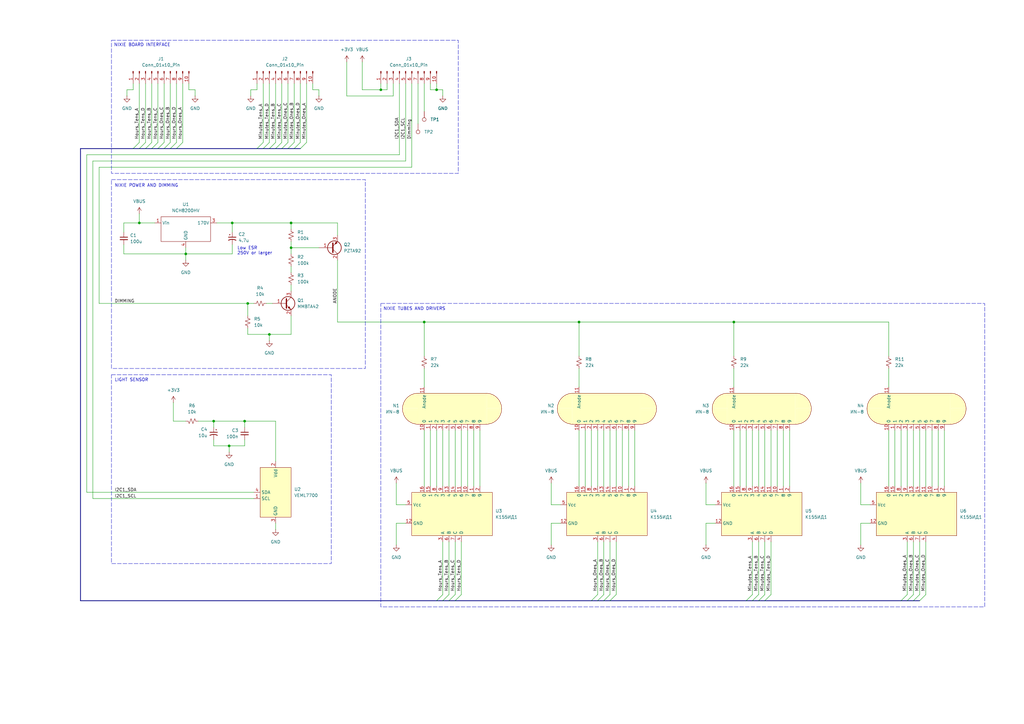
<source format=kicad_sch>
(kicad_sch (version 20231120) (generator "eeschema") (generator_version "8.0")
  (paper "A3")
  (title_block (title "ИN-8 Display Board") (rev "0.1"))
  (lib_symbols
    (symbol "Connector:Conn_01x10_Pin" (pin_names (offset 1.016) hide)
      (property "Reference" "J" (at 0 12.7 0))
      (property "Value" "Conn_01x10_Pin" (at 0 -15.24 0))
      (symbol "Conn_01x10_Pin_1_1"
        (polyline (pts (xy 1.27 -12.7) (xy 0.8636 -12.7)) (stroke (width 0.1524)))
        (polyline (pts (xy 1.27 -10.16) (xy 0.8636 -10.16)) (stroke (width 0.1524)))
        (polyline (pts (xy 1.27 -7.62) (xy 0.8636 -7.62)) (stroke (width 0.1524)))
        (polyline (pts (xy 1.27 -5.08) (xy 0.8636 -5.08)) (stroke (width 0.1524)))
        (polyline (pts (xy 1.27 -2.54) (xy 0.8636 -2.54)) (stroke (width 0.1524)))
        (polyline (pts (xy 1.27 0) (xy 0.8636 0)) (stroke (width 0.1524)))
        (polyline (pts (xy 1.27 2.54) (xy 0.8636 2.54)) (stroke (width 0.1524)))
        (polyline (pts (xy 1.27 5.08) (xy 0.8636 5.08)) (stroke (width 0.1524)))
        (polyline (pts (xy 1.27 7.62) (xy 0.8636 7.62)) (stroke (width 0.1524)))
        (polyline (pts (xy 1.27 10.16) (xy 0.8636 10.16)) (stroke (width 0.1524)))
        (rectangle (start 0.8636 -12.573) (end 0 -12.827) (stroke (width 0.1524)) (fill (type outline)))
        (rectangle (start 0.8636 -10.033) (end 0 -10.287) (stroke (width 0.1524)) (fill (type outline)))
        (rectangle (start 0.8636 -7.493) (end 0 -7.747) (stroke (width 0.1524)) (fill (type outline)))
        (rectangle (start 0.8636 -4.953) (end 0 -5.207) (stroke (width 0.1524)) (fill (type outline)))
        (rectangle (start 0.8636 -2.413) (end 0 -2.667) (stroke (width 0.1524)) (fill (type outline)))
        (rectangle (start 0.8636 0.127) (end 0 -0.127) (stroke (width 0.1524)) (fill (type outline)))
        (rectangle (start 0.8636 2.667) (end 0 2.413) (stroke (width 0.1524)) (fill (type outline)))
        (rectangle (start 0.8636 5.207) (end 0 4.953) (stroke (width 0.1524)) (fill (type outline)))
        (rectangle (start 0.8636 7.747) (end 0 7.493) (stroke (width 0.1524)) (fill (type outline)))
        (rectangle (start 0.8636 10.287) (end 0 10.033) (stroke (width 0.1524)) (fill (type outline)))
        (pin passive line (at 5.08 10.16 180) (length 3.81) (name "Pin_1") (number "1"))
        (pin passive line (at 5.08 -12.7 180) (length 3.81) (name "Pin_10") (number "10"))
        (pin passive line (at 5.08 7.62 180) (length 3.81) (name "Pin_2") (number "2"))
        (pin passive line (at 5.08 5.08 180) (length 3.81) (name "Pin_3") (number "3"))
        (pin passive line (at 5.08 2.54 180) (length 3.81) (name "Pin_4") (number "4"))
        (pin passive line (at 5.08 0 180) (length 3.81) (name "Pin_5") (number "5"))
        (pin passive line (at 5.08 -2.54 180) (length 3.81) (name "Pin_6") (number "6"))
        (pin passive line (at 5.08 -5.08 180) (length 3.81) (name "Pin_7") (number "7"))
        (pin passive line (at 5.08 -7.62 180) (length 3.81) (name "Pin_8") (number "8"))
        (pin passive line (at 5.08 -10.16 180) (length 3.81) (name "Pin_9") (number "9"))
      )
    )
    (symbol "Connector:TestPoint" (pin_numbers hide) (pin_names (offset 0.762) hide)
      (property "Reference" "TP" (at 0 6.858 0))
      (property "Value" "TestPoint" (at 0 5.08 0))
      (symbol "TestPoint_0_1"
        (circle (center 0 3.302) (radius 0.762))
      )
      (symbol "TestPoint_1_1"
        (pin passive line (at 0 0 90) (length 2.54) (name "1") (number "1"))
      )
    )
    (symbol "Device:C_Polarized_Small_US" (pin_numbers hide) (pin_names (offset 0.254) hide)
      (property "Reference" "C" (at 0.254 1.778 0))
      (property "Value" "C_Polarized_Small_US" (at 0.254 -2.032 0))
      (symbol "C_Polarized_Small_US_0_1"
        (polyline (pts (xy -1.524 0.508) (xy 1.524 0.508)) (stroke (width 0.3048)))
        (polyline (pts (xy -1.27 1.524) (xy -0.762 1.524)))
        (polyline (pts (xy -1.016 1.27) (xy -1.016 1.778)))
        (arc (start 1.524 -0.762) (mid 0 -0.3734) (end -1.524 -0.762) (stroke (width 0.3048)))
      )
      (symbol "C_Polarized_Small_US_1_1"
        (pin passive line (at 0 2.54 270) (length 2.032) (name "~") (number "1"))
        (pin passive line (at 0 -2.54 90) (length 2.032) (name "~") (number "2"))
      )
    )
    (symbol "Device:C_Small" (pin_numbers hide) (pin_names (offset 0.254) hide)
      (property "Reference" "C" (at 0.254 1.778 0))
      (property "Value" "C_Small" (at 0.254 -2.032 0))
      (symbol "C_Small_0_1"
        (polyline (pts (xy -1.524 -0.508) (xy 1.524 -0.508)) (stroke (width 0.3302)))
        (polyline (pts (xy -1.524 0.508) (xy 1.524 0.508)) (stroke (width 0.3048)))
      )
      (symbol "C_Small_1_1"
        (pin passive line (at 0 2.54 270) (length 2.032) (name "~") (number "1"))
        (pin passive line (at 0 -2.54 90) (length 2.032) (name "~") (number "2"))
      )
    )
    (symbol "Device:R_Small_US" (pin_numbers hide) (pin_names (offset 0.254) hide)
      (property "Reference" "R" (at 0.762 0.508 0))
      (property "Value" "R_Small_US" (at 0.762 -1.016 0))
      (symbol "R_Small_US_1_1"
        (polyline (pts (xy 0 0) (xy 1.016 -0.381) (xy 0 -0.762) (xy -1.016 -1.143) (xy 0 -1.524)))
        (polyline (pts (xy 0 1.524) (xy 1.016 1.143) (xy 0 0.762) (xy -1.016 0.381) (xy 0 0)))
        (pin passive line (at 0 2.54 270) (length 1.016) (name "~") (number "1"))
        (pin passive line (at 0 -2.54 90) (length 1.016) (name "~") (number "2"))
      )
    )
    (symbol "Nick_Nixie:NCH8200HV"
      (property "Reference" "U" (at -9.652 8.128 0))
      (property "Value" "NCH8200HV" (at -4.826 6.35 0))
      (symbol "NCH8200HV_0_1"
        (rectangle (start -10.16 5.08) (end 10.16 -5.08))
      )
      (symbol "NCH8200HV_1_1"
        (pin power_in line (at -12.7 2.54 0) (length 2.54) (name "Vin") (number "1"))
        (pin power_out line (at 0 -7.62 90) (length 2.54) hide (name "GND") (number "2"))
        (pin power_in line (at 12.7 2.54 180) (length 2.54) (name "170V") (number "3"))
        (pin power_out line (at 0 -7.62 90) (length 2.54) (name "GND") (number "4"))
      )
    )
    (symbol "Nick_Nixie:ИN-8"
      (property "Reference" "N" (at 22.098 1.778 0))
      (property "Value" "ИN-8" (at 24.13 -0.508 0))
      (symbol "ИN-8_1_1"
        (arc (start -20.32 0) (mid -18.4601 -4.4901) (end -13.97 -6.35) (fill (type background)))
        (arc (start -13.97 6.35) (mid -18.4601 4.4901) (end -20.32 0) (fill (type background)))
        (rectangle (start -13.97 6.35) (end 13.97 -6.35) (stroke (width -0.0001)) (fill (type background)))
        (polyline (pts (xy -13.97 -6.35) (xy 13.97 -6.35)))
        (polyline (pts (xy -13.97 6.35) (xy 13.97 6.35)))
        (arc (start 13.97 -6.35) (mid 18.4601 -4.4901) (end 20.32 0) (fill (type background)))
        (arc (start 20.32 0) (mid 18.4601 4.4901) (end 13.97 6.35) (fill (type background)))
        (pin input line (at -8.89 -8.89 90) (length 2.54) (name "1") (number "1"))
        (pin input line (at -11.43 -8.89 90) (length 2.54) (name "0") (number "10"))
        (pin output line (at -11.43 8.89 270) (length 2.54) (name "Anode") (number "11"))
        (pin input line (at -6.35 -8.89 90) (length 2.54) (name "2") (number "2"))
        (pin input line (at -3.81 -8.89 90) (length 2.54) (name "3") (number "3"))
        (pin input line (at -1.27 -8.89 90) (length 2.54) (name "4") (number "4"))
        (pin input line (at 1.27 -8.89 90) (length 2.54) (name "5") (number "5"))
        (pin input line (at 3.81 -8.89 90) (length 2.54) (name "6") (number "6"))
        (pin input line (at 6.35 -8.89 90) (length 2.54) (name "7") (number "7"))
        (pin input line (at 8.89 -8.89 90) (length 2.54) (name "8") (number "8"))
        (pin input line (at 11.43 -8.89 90) (length 2.54) (name "9") (number "9"))
      )
    )
    (symbol "Nick_Nixie:К155ИД1"
      (property "Reference" "U" (at 18.034 1.778 0))
      (property "Value" "К155ИД1" (at 21.844 -0.508 0))
      (symbol "К155ИД1_1_1"
        (rectangle (start -16.51 8.89) (end 16.51 -8.89) (fill (type background)))
        (pin output line (at 8.89 11.43 270) (length 2.54) (name "8") (number "1"))
        (pin output line (at 6.35 11.43 270) (length 2.54) (name "7") (number "10"))
        (pin output line (at 3.81 11.43 270) (length 2.54) (name "6") (number "11"))
        (pin power_out line (at -19.05 -3.81 0) (length 2.54) (name "GND") (number "12"))
        (pin output line (at -1.27 11.43 270) (length 2.54) (name "4") (number "13"))
        (pin output line (at 1.27 11.43 270) (length 2.54) (name "5") (number "14"))
        (pin output line (at -8.89 11.43 270) (length 2.54) (name "1") (number "15"))
        (pin output line (at -11.43 11.43 270) (length 2.54) (name "0") (number "16"))
        (pin output line (at 11.43 11.43 270) (length 2.54) (name "9") (number "2"))
        (pin input line (at -3.81 -11.43 90) (length 2.54) (name "A") (number "3"))
        (pin input line (at 3.81 -11.43 90) (length 2.54) (name "D") (number "4"))
        (pin power_in line (at -19.05 3.81 0) (length 2.54) (name "Vcc") (number "5"))
        (pin input line (at -1.27 -11.43 90) (length 2.54) (name "B") (number "6"))
        (pin input line (at 1.27 -11.43 90) (length 2.54) (name "C") (number "7"))
        (pin output line (at -6.35 11.43 270) (length 2.54) (name "2") (number "8"))
        (pin output line (at -3.81 11.43 270) (length 2.54) (name "3") (number "9"))
      )
    )
    (symbol "Nick_Sensor:VEML7700"
      (property "Reference" "U" (at 5.334 13.462 0))
      (property "Value" "VEML7700" (at 9.652 11.43 0))
      (symbol "VEML7700_1_1"
        (rectangle (start -6.35 10.16) (end 6.35 -10.16) (fill (type background)))
        (pin bidirectional line (at 8.89 -2.54 180) (length 2.54) (name "SCL") (number "1"))
        (pin power_in line (at 0 12.7 270) (length 2.54) (name "Vdd") (number "2"))
        (pin power_out line (at 0 -12.7 90) (length 2.54) (name "GND") (number "3"))
        (pin bidirectional line (at 8.89 0 180) (length 2.54) (name "SDA") (number "4"))
      )
    )
    (symbol "Transistor_BJT:MMBTA42" (pin_names (offset 0) hide)
      (property "Reference" "Q" (at 5.08 1.905 0))
      (property "Value" "MMBTA42" (at 5.08 0 0))
      (symbol "MMBTA42_0_1"
        (polyline (pts (xy 0 0) (xy 0.635 0)))
        (polyline (pts (xy 0.635 0.635) (xy 2.54 2.54)))
        (polyline (pts (xy 0.635 -0.635) (xy 2.54 -2.54) (xy 2.54 -2.54)))
        (polyline (pts (xy 0.635 1.905) (xy 0.635 -1.905) (xy 0.635 -1.905)) (stroke (width 0.508)))
        (polyline (pts (xy 1.27 -1.778) (xy 1.778 -1.27) (xy 2.286 -2.286) (xy 1.27 -1.778) (xy 1.27 -1.778)) (fill (type outline)))
        (circle (center 1.27 0) (radius 2.8194) (stroke (width 0.254)))
      )
      (symbol "MMBTA42_1_1"
        (pin input line (at -5.08 0 0) (length 5.08) (name "B") (number "1"))
        (pin passive line (at 2.54 -5.08 90) (length 2.54) (name "E") (number "2"))
        (pin passive line (at 2.54 5.08 270) (length 2.54) (name "C") (number "3"))
      )
    )
    (symbol "Transistor_BJT:PZTA92" (pin_names (offset 0) hide)
      (property "Reference" "Q" (at 5.08 1.905 0))
      (property "Value" "PZTA92" (at 5.08 0 0))
      (symbol "PZTA92_0_1"
        (polyline (pts (xy 0 0) (xy 0.635 0)))
        (polyline (pts (xy 2.54 -2.54) (xy 0.635 -0.635)))
        (polyline (pts (xy 2.54 2.54) (xy 0.635 0.635)))
        (polyline (pts (xy 0.635 1.905) (xy 0.635 -1.905) (xy 0.635 -1.905)) (stroke (width 0.508)) (fill (type outline)))
        (polyline (pts (xy 1.905 -2.413) (xy 2.413 -1.905) (xy 1.397 -1.397) (xy 1.905 -2.413) (xy 1.905 -2.413)) (fill (type outline)))
        (circle (center 1.27 0) (radius 2.8194) (stroke (width 0.254)))
      )
      (symbol "PZTA92_1_1"
        (pin input line (at -5.08 0 0) (length 5.08) (name "B") (number "1"))
        (pin passive line (at 2.54 5.08 270) (length 2.54) (name "C") (number "2"))
        (pin passive line (at 2.54 -5.08 90) (length 2.54) (name "E") (number "3"))
      )
    )
    (symbol "power:+3V3" (power) (pin_numbers hide) (pin_names (offset 0) hide)
      (property "Value" "+3V3" (at 0 3.556 0))
      (symbol "+3V3_0_1"
        (polyline (pts (xy -0.762 1.27) (xy 0 2.54)))
        (polyline (pts (xy 0 0) (xy 0 2.54)))
        (polyline (pts (xy 0 2.54) (xy 0.762 1.27)))
      )
      (symbol "+3V3_1_1"
        (pin power_in line (at 0 0 90) (length 0) (name "~") (number "1"))
      )
    )
    (symbol "power:GND" (power) (pin_numbers hide) (pin_names (offset 0) hide)
      (property "Value" "GND" (at 0 -3.81 0))
      (symbol "GND_0_1"
        (polyline (pts (xy 0 0) (xy 0 -1.27) (xy 1.27 -1.27) (xy 0 -2.54) (xy -1.27 -1.27) (xy 0 -1.27)))
      )
      (symbol "GND_1_1"
        (pin power_in line (at 0 0 270) (length 0) (name "~") (number "1"))
      )
    )
    (symbol "power:VBUS" (power) (pin_numbers hide) (pin_names (offset 0) hide)
      (property "Value" "VBUS" (at 0 3.556 0))
      (symbol "VBUS_0_1"
        (polyline (pts (xy -0.762 1.27) (xy 0 2.54)))
        (polyline (pts (xy 0 0) (xy 0 2.54)))
        (polyline (pts (xy 0 2.54) (xy 0.762 1.27)))
      )
      (symbol "VBUS_1_1"
        (pin power_in line (at 0 0 90) (length 0) (name "~") (number "1"))
      )
    )
    (symbol "ИN-8_1"
      (property "Reference" "N" (at 22.098 1.778 0))
      (property "Value" "ИN-8" (at 24.13 -0.508 0))
      (symbol "ИN-8_1_1_1"
        (arc (start -20.32 0) (mid -18.4601 -4.4901) (end -13.97 -6.35) (fill (type background)))
        (arc (start -13.97 6.35) (mid -18.4601 4.4901) (end -20.32 0) (fill (type background)))
        (rectangle (start -13.97 6.35) (end 13.97 -6.35) (stroke (width -0.0001)) (fill (type background)))
        (polyline (pts (xy -13.97 -6.35) (xy 13.97 -6.35)))
        (polyline (pts (xy -13.97 6.35) (xy 13.97 6.35)))
        (arc (start 13.97 -6.35) (mid 18.4601 -4.4901) (end 20.32 0) (fill (type background)))
        (arc (start 20.32 0) (mid 18.4601 4.4901) (end 13.97 6.35) (fill (type background)))
        (pin input line (at -8.89 -8.89 90) (length 2.54) (name "1") (number "1"))
        (pin input line (at -11.43 -8.89 90) (length 2.54) (name "0") (number "10"))
        (pin output line (at -11.43 8.89 270) (length 2.54) (name "Anode") (number "11"))
        (pin input line (at -6.35 -8.89 90) (length 2.54) (name "2") (number "2"))
        (pin input line (at -3.81 -8.89 90) (length 2.54) (name "3") (number "3"))
        (pin input line (at -1.27 -8.89 90) (length 2.54) (name "4") (number "4"))
        (pin input line (at 1.27 -8.89 90) (length 2.54) (name "5") (number "5"))
        (pin input line (at 3.81 -8.89 90) (length 2.54) (name "6") (number "6"))
        (pin input line (at 6.35 -8.89 90) (length 2.54) (name "7") (number "7"))
        (pin input line (at 8.89 -8.89 90) (length 2.54) (name "8") (number "8"))
        (pin input line (at 11.43 -8.89 90) (length 2.54) (name "9") (number "9"))
      )
    )
    (symbol "ИN-8_2"
      (property "Reference" "N" (at 22.098 1.778 0))
      (property "Value" "ИN-8" (at 24.13 -0.508 0))
      (symbol "ИN-8_2_1_1"
        (arc (start -20.32 0) (mid -18.4601 -4.4901) (end -13.97 -6.35) (fill (type background)))
        (arc (start -13.97 6.35) (mid -18.4601 4.4901) (end -20.32 0) (fill (type background)))
        (rectangle (start -13.97 6.35) (end 13.97 -6.35) (stroke (width -0.0001)) (fill (type background)))
        (polyline (pts (xy -13.97 -6.35) (xy 13.97 -6.35)))
        (polyline (pts (xy -13.97 6.35) (xy 13.97 6.35)))
        (arc (start 13.97 -6.35) (mid 18.4601 -4.4901) (end 20.32 0) (fill (type background)))
        (arc (start 20.32 0) (mid 18.4601 4.4901) (end 13.97 6.35) (fill (type background)))
        (pin input line (at -8.89 -8.89 90) (length 2.54) (name "1") (number "1"))
        (pin input line (at -11.43 -8.89 90) (length 2.54) (name "0") (number "10"))
        (pin output line (at -11.43 8.89 270) (length 2.54) (name "Anode") (number "11"))
        (pin input line (at -6.35 -8.89 90) (length 2.54) (name "2") (number "2"))
        (pin input line (at -3.81 -8.89 90) (length 2.54) (name "3") (number "3"))
        (pin input line (at -1.27 -8.89 90) (length 2.54) (name "4") (number "4"))
        (pin input line (at 1.27 -8.89 90) (length 2.54) (name "5") (number "5"))
        (pin input line (at 3.81 -8.89 90) (length 2.54) (name "6") (number "6"))
        (pin input line (at 6.35 -8.89 90) (length 2.54) (name "7") (number "7"))
        (pin input line (at 8.89 -8.89 90) (length 2.54) (name "8") (number "8"))
        (pin input line (at 11.43 -8.89 90) (length 2.54) (name "9") (number "9"))
      )
    )
    (symbol "ИN-8_3"
      (property "Reference" "N" (at 22.098 1.778 0))
      (property "Value" "ИN-8" (at 24.13 -0.508 0))
      (symbol "ИN-8_3_1_1"
        (arc (start -20.32 0) (mid -18.4601 -4.4901) (end -13.97 -6.35) (fill (type background)))
        (arc (start -13.97 6.35) (mid -18.4601 4.4901) (end -20.32 0) (fill (type background)))
        (rectangle (start -13.97 6.35) (end 13.97 -6.35) (stroke (width -0.0001)) (fill (type background)))
        (polyline (pts (xy -13.97 -6.35) (xy 13.97 -6.35)))
        (polyline (pts (xy -13.97 6.35) (xy 13.97 6.35)))
        (arc (start 13.97 -6.35) (mid 18.4601 -4.4901) (end 20.32 0) (fill (type background)))
        (arc (start 20.32 0) (mid 18.4601 4.4901) (end 13.97 6.35) (fill (type background)))
        (pin input line (at -8.89 -8.89 90) (length 2.54) (name "1") (number "1"))
        (pin input line (at -11.43 -8.89 90) (length 2.54) (name "0") (number "10"))
        (pin output line (at -11.43 8.89 270) (length 2.54) (name "Anode") (number "11"))
        (pin input line (at -6.35 -8.89 90) (length 2.54) (name "2") (number "2"))
        (pin input line (at -3.81 -8.89 90) (length 2.54) (name "3") (number "3"))
        (pin input line (at -1.27 -8.89 90) (length 2.54) (name "4") (number "4"))
        (pin input line (at 1.27 -8.89 90) (length 2.54) (name "5") (number "5"))
        (pin input line (at 3.81 -8.89 90) (length 2.54) (name "6") (number "6"))
        (pin input line (at 6.35 -8.89 90) (length 2.54) (name "7") (number "7"))
        (pin input line (at 8.89 -8.89 90) (length 2.54) (name "8") (number "8"))
        (pin input line (at 11.43 -8.89 90) (length 2.54) (name "9") (number "9"))
      )
    )
    (symbol "К155ИД1_1"
      (property "Reference" "U" (at 18.034 1.778 0))
      (property "Value" "К155ИД1" (at 21.844 -0.508 0))
      (symbol "К155ИД1_1_1_1"
        (rectangle (start -16.51 8.89) (end 16.51 -8.89) (fill (type background)))
        (pin output line (at 8.89 11.43 270) (length 2.54) (name "8") (number "1"))
        (pin output line (at 6.35 11.43 270) (length 2.54) (name "7") (number "10"))
        (pin output line (at 3.81 11.43 270) (length 2.54) (name "6") (number "11"))
        (pin power_out line (at -19.05 -3.81 0) (length 2.54) (name "GND") (number "12"))
        (pin output line (at -1.27 11.43 270) (length 2.54) (name "4") (number "13"))
        (pin output line (at 1.27 11.43 270) (length 2.54) (name "5") (number "14"))
        (pin output line (at -8.89 11.43 270) (length 2.54) (name "1") (number "15"))
        (pin output line (at -11.43 11.43 270) (length 2.54) (name "0") (number "16"))
        (pin output line (at 11.43 11.43 270) (length 2.54) (name "9") (number "2"))
        (pin input line (at -3.81 -11.43 90) (length 2.54) (name "A") (number "3"))
        (pin input line (at 3.81 -11.43 90) (length 2.54) (name "D") (number "4"))
        (pin power_in line (at -19.05 3.81 0) (length 2.54) (name "Vcc") (number "5"))
        (pin input line (at -1.27 -11.43 90) (length 2.54) (name "B") (number "6"))
        (pin input line (at 1.27 -11.43 90) (length 2.54) (name "C") (number "7"))
        (pin output line (at -6.35 11.43 270) (length 2.54) (name "2") (number "8"))
        (pin output line (at -3.81 11.43 270) (length 2.54) (name "3") (number "9"))
      )
    )
    (symbol "К155ИД1_3"
      (property "Reference" "U" (at 18.034 1.778 0))
      (property "Value" "К155ИД1" (at 21.844 -0.508 0))
      (symbol "К155ИД1_3_1_1"
        (rectangle (start -16.51 8.89) (end 16.51 -8.89) (fill (type background)))
        (pin output line (at 8.89 11.43 270) (length 2.54) (name "8") (number "1"))
        (pin output line (at 6.35 11.43 270) (length 2.54) (name "7") (number "10"))
        (pin output line (at 3.81 11.43 270) (length 2.54) (name "6") (number "11"))
        (pin power_out line (at -19.05 -3.81 0) (length 2.54) (name "GND") (number "12"))
        (pin output line (at -1.27 11.43 270) (length 2.54) (name "4") (number "13"))
        (pin output line (at 1.27 11.43 270) (length 2.54) (name "5") (number "14"))
        (pin output line (at -8.89 11.43 270) (length 2.54) (name "1") (number "15"))
        (pin output line (at -11.43 11.43 270) (length 2.54) (name "0") (number "16"))
        (pin output line (at 11.43 11.43 270) (length 2.54) (name "9") (number "2"))
        (pin input line (at -3.81 -11.43 90) (length 2.54) (name "A") (number "3"))
        (pin input line (at 3.81 -11.43 90) (length 2.54) (name "D") (number "4"))
        (pin power_in line (at -19.05 3.81 0) (length 2.54) (name "Vcc") (number "5"))
        (pin input line (at -1.27 -11.43 90) (length 2.54) (name "B") (number "6"))
        (pin input line (at 1.27 -11.43 90) (length 2.54) (name "C") (number "7"))
        (pin output line (at -6.35 11.43 270) (length 2.54) (name "2") (number "8"))
        (pin output line (at -3.81 11.43 270) (length 2.54) (name "3") (number "9"))
      )
    )
  )
  (junction (at 101.6 124.46))
  (junction (at 57.15 91.44))
  (junction (at 110.49 137.16))
  (junction (at 119.38 101.6))
  (junction (at 300.99 132.08))
  (junction (at 173.99 132.08))
  (junction (at 179.07 36.83))
  (junction (at 237.49 132.08))
  (junction (at 93.98 182.88))
  (junction (at 156.21 36.83))
  (junction (at 119.38 91.44))
  (junction (at 100.33 172.72))
  (junction (at 76.2 104.14))
  (junction (at 95.25 91.44))
  (junction (at 87.63 172.72))
  (bus_entry (at 308.61 246.38) (size 2.54 -2.54))
  (bus_entry (at 113.03 58.42) (size -2.54 2.54))
  (bus_entry (at 62.23 58.42) (size -2.54 2.54))
  (bus_entry (at 184.15 246.38) (size 2.54 -2.54))
  (bus_entry (at 107.95 58.42) (size -2.54 2.54))
  (bus_entry (at 67.31 58.42) (size -2.54 2.54))
  (bus_entry (at 181.61 246.38) (size 2.54 -2.54))
  (bus_entry (at 115.57 58.42) (size -2.54 2.54))
  (bus_entry (at 118.11 58.42) (size -2.54 2.54))
  (bus_entry (at 377.19 246.38) (size 2.54 -2.54))
  (bus_entry (at 242.57 246.38) (size 2.54 -2.54))
  (bus_entry (at 59.69 58.42) (size -2.54 2.54))
  (bus_entry (at 110.49 58.42) (size -2.54 2.54))
  (bus_entry (at 125.73 58.42) (size -2.54 2.54))
  (bus_entry (at 250.19 246.38) (size 2.54 -2.54))
  (bus_entry (at 57.15 58.42) (size -2.54 2.54))
  (bus_entry (at 120.65 58.42) (size -2.54 2.54))
  (bus_entry (at 306.07 246.38) (size 2.54 -2.54))
  (bus_entry (at 245.11 246.38) (size 2.54 -2.54))
  (bus_entry (at 311.15 246.38) (size 2.54 -2.54))
  (bus_entry (at 313.69 246.38) (size 2.54 -2.54))
  (bus_entry (at 179.07 246.38) (size 2.54 -2.54))
  (bus_entry (at 374.65 246.38) (size 2.54 -2.54))
  (bus_entry (at 72.39 58.42) (size -2.54 2.54))
  (bus_entry (at 64.77 58.42) (size -2.54 2.54))
  (bus_entry (at 186.69 246.38) (size 2.54 -2.54))
  (bus_entry (at 369.57 246.38) (size 2.54 -2.54))
  (bus_entry (at 372.11 246.38) (size 2.54 -2.54))
  (bus_entry (at 123.19 58.42) (size -2.54 2.54))
  (bus_entry (at 247.65 246.38) (size 2.54 -2.54))
  (bus_entry (at 74.93 58.42) (size -2.54 2.54))
  (bus_entry (at 69.85 58.42) (size -2.54 2.54))
  (wire (pts (xy 57.15 34.29) (xy 57.15 58.42)))
  (wire (pts (xy 110.49 137.16) (xy 110.49 139.7)))
  (wire (pts (xy 35.56 201.93) (xy 104.14 201.93)))
  (bus (pts (xy 57.15 60.96) (xy 59.69 60.96)))
  (wire (pts (xy 184.15 176.53) (xy 184.15 199.39)))
  (bus (pts (xy 242.57 246.38) (xy 245.11 246.38)))
  (bus (pts (xy 245.11 246.38) (xy 247.65 246.38)))
  (wire (pts (xy 162.56 198.12) (xy 162.56 207.01)))
  (wire (pts (xy 289.56 214.63) (xy 289.56 223.52)))
  (wire (pts (xy 321.31 176.53) (xy 321.31 199.39)))
  (wire (pts (xy 119.38 91.44) (xy 119.38 93.98)))
  (wire (pts (xy 130.81 36.83) (xy 130.81 39.37)))
  (wire (pts (xy 300.99 151.13) (xy 300.99 158.75)))
  (wire (pts (xy 237.49 132.08) (xy 237.49 146.05)))
  (wire (pts (xy 101.6 134.62) (xy 101.6 137.16)))
  (wire (pts (xy 196.85 176.53) (xy 196.85 199.39)))
  (wire (pts (xy 229.87 214.63) (xy 226.06 214.63)))
  (bus (pts (xy 372.11 246.38) (xy 374.65 246.38)))
  (wire (pts (xy 101.6 137.16) (xy 110.49 137.16)))
  (wire (pts (xy 59.69 34.29) (xy 59.69 58.42)))
  (bus (pts (xy 69.85 60.96) (xy 72.39 60.96)))
  (bus (pts (xy 33.02 60.96) (xy 33.02 246.38)))
  (wire (pts (xy 38.1 204.47) (xy 104.14 204.47)))
  (wire (pts (xy 379.73 176.53) (xy 379.73 199.39)))
  (wire (pts (xy 119.38 99.06) (xy 119.38 101.6)))
  (wire (pts (xy 168.91 68.58) (xy 40.64 68.58)))
  (wire (pts (xy 181.61 36.83) (xy 181.61 39.37)))
  (wire (pts (xy 173.99 151.13) (xy 173.99 158.75)))
  (wire (pts (xy 123.19 34.29) (xy 123.19 58.42)))
  (wire (pts (xy 38.1 66.04) (xy 166.37 66.04)))
  (wire (pts (xy 102.87 36.83) (xy 102.87 39.37)))
  (bus (pts (xy 186.69 246.38) (xy 242.57 246.38)))
  (wire (pts (xy 226.06 198.12) (xy 226.06 207.01)))
  (bus (pts (xy 308.61 246.38) (xy 311.15 246.38)))
  (wire (pts (xy 113.03 34.29) (xy 113.03 58.42)))
  (wire (pts (xy 148.59 36.83) (xy 156.21 36.83)))
  (wire (pts (xy 173.99 34.29) (xy 173.99 45.72)))
  (bus (pts (xy 179.07 246.38) (xy 181.61 246.38)))
  (wire (pts (xy 130.81 101.6) (xy 119.38 101.6)))
  (bus (pts (xy 369.57 246.38) (xy 372.11 246.38)))
  (wire (pts (xy 35.56 63.5) (xy 35.56 201.93)))
  (wire (pts (xy 57.15 91.44) (xy 63.5 91.44)))
  (wire (pts (xy 316.23 176.53) (xy 316.23 199.39)))
  (wire (pts (xy 87.63 182.88) (xy 87.63 180.34)))
  (wire (pts (xy 303.53 176.53) (xy 303.53 199.39)))
  (wire (pts (xy 369.57 176.53) (xy 369.57 199.39)))
  (wire (pts (xy 323.85 176.53) (xy 323.85 199.39)))
  (wire (pts (xy 289.56 198.12) (xy 289.56 207.01)))
  (wire (pts (xy 308.61 176.53) (xy 308.61 199.39)))
  (wire (pts (xy 119.38 91.44) (xy 138.43 91.44)))
  (wire (pts (xy 93.98 182.88) (xy 87.63 182.88)))
  (wire (pts (xy 260.35 176.53) (xy 260.35 199.39)))
  (wire (pts (xy 62.23 34.29) (xy 62.23 58.42)))
  (bus (pts (xy 33.02 246.38) (xy 179.07 246.38)))
  (wire (pts (xy 179.07 36.83) (xy 181.61 36.83)))
  (bus (pts (xy 54.61 60.96) (xy 57.15 60.96)))
  (bus (pts (xy 62.23 60.96) (xy 64.77 60.96)))
  (wire (pts (xy 93.98 182.88) (xy 93.98 185.42)))
  (wire (pts (xy 311.15 176.53) (xy 311.15 199.39)))
  (bus (pts (xy 72.39 60.96) (xy 105.41 60.96)))
  (wire (pts (xy 176.53 34.29) (xy 176.53 36.83)))
  (wire (pts (xy 382.27 176.53) (xy 382.27 199.39)))
  (wire (pts (xy 107.95 34.29) (xy 107.95 58.42)))
  (wire (pts (xy 181.61 222.25) (xy 181.61 243.84)))
  (wire (pts (xy 119.38 109.22) (xy 119.38 111.76)))
  (wire (pts (xy 313.69 176.53) (xy 313.69 199.39)))
  (wire (pts (xy 387.35 176.53) (xy 387.35 199.39)))
  (wire (pts (xy 80.01 36.83) (xy 80.01 39.37)))
  (wire (pts (xy 163.83 34.29) (xy 163.83 63.5)))
  (wire (pts (xy 166.37 207.01) (xy 162.56 207.01)))
  (wire (pts (xy 372.11 176.53) (xy 372.11 199.39)))
  (wire (pts (xy 128.27 34.29) (xy 128.27 36.83)))
  (wire (pts (xy 181.61 176.53) (xy 181.61 199.39)))
  (wire (pts (xy 250.19 176.53) (xy 250.19 199.39)))
  (wire (pts (xy 194.31 176.53) (xy 194.31 199.39)))
  (wire (pts (xy 240.03 176.53) (xy 240.03 199.39)))
  (wire (pts (xy 252.73 222.25) (xy 252.73 243.84)))
  (wire (pts (xy 377.19 176.53) (xy 377.19 199.39)))
  (wire (pts (xy 95.25 91.44) (xy 119.38 91.44)))
  (bus (pts (xy 67.31 60.96) (xy 69.85 60.96)))
  (wire (pts (xy 95.25 100.33) (xy 95.25 104.14)))
  (wire (pts (xy 176.53 176.53) (xy 176.53 199.39)))
  (wire (pts (xy 245.11 176.53) (xy 245.11 199.39)))
  (wire (pts (xy 171.45 34.29) (xy 171.45 50.8)))
  (wire (pts (xy 173.99 176.53) (xy 173.99 199.39)))
  (bus (pts (xy 118.11 60.96) (xy 120.65 60.96)))
  (bus (pts (xy 120.65 60.96) (xy 123.19 60.96)))
  (wire (pts (xy 113.03 214.63) (xy 113.03 217.17)))
  (bus (pts (xy 59.69 60.96) (xy 62.23 60.96)))
  (wire (pts (xy 255.27 176.53) (xy 255.27 199.39)))
  (wire (pts (xy 158.75 34.29) (xy 158.75 36.83)))
  (wire (pts (xy 316.23 222.25) (xy 316.23 243.84)))
  (wire (pts (xy 148.59 25.4) (xy 148.59 36.83)))
  (wire (pts (xy 81.28 172.72) (xy 87.63 172.72)))
  (wire (pts (xy 300.99 132.08) (xy 300.99 146.05)))
  (wire (pts (xy 40.64 124.46) (xy 101.6 124.46)))
  (wire (pts (xy 226.06 214.63) (xy 226.06 223.52)))
  (wire (pts (xy 364.49 151.13) (xy 364.49 158.75)))
  (wire (pts (xy 118.11 34.29) (xy 118.11 58.42)))
  (wire (pts (xy 293.37 214.63) (xy 289.56 214.63)))
  (wire (pts (xy 293.37 207.01) (xy 289.56 207.01)))
  (wire (pts (xy 179.07 176.53) (xy 179.07 199.39)))
  (wire (pts (xy 311.15 222.25) (xy 311.15 243.84)))
  (wire (pts (xy 367.03 176.53) (xy 367.03 199.39)))
  (wire (pts (xy 356.87 207.01) (xy 353.06 207.01)))
  (wire (pts (xy 54.61 34.29) (xy 54.61 36.83)))
  (wire (pts (xy 318.77 176.53) (xy 318.77 199.39)))
  (wire (pts (xy 67.31 34.29) (xy 67.31 58.42)))
  (wire (pts (xy 372.11 222.25) (xy 372.11 243.84)))
  (wire (pts (xy 353.06 214.63) (xy 353.06 223.52)))
  (wire (pts (xy 300.99 132.08) (xy 364.49 132.08)))
  (bus (pts (xy 250.19 246.38) (xy 306.07 246.38)))
  (wire (pts (xy 142.24 25.4) (xy 142.24 39.37)))
  (wire (pts (xy 300.99 176.53) (xy 300.99 199.39)))
  (wire (pts (xy 71.12 165.1) (xy 71.12 172.72)))
  (wire (pts (xy 76.2 101.6) (xy 76.2 104.14)))
  (wire (pts (xy 162.56 214.63) (xy 162.56 223.52)))
  (wire (pts (xy 54.61 36.83) (xy 52.07 36.83)))
  (wire (pts (xy 364.49 176.53) (xy 364.49 199.39)))
  (wire (pts (xy 184.15 222.25) (xy 184.15 243.84)))
  (wire (pts (xy 52.07 36.83) (xy 52.07 39.37)))
  (bus (pts (xy 311.15 246.38) (xy 313.69 246.38)))
  (wire (pts (xy 245.11 222.25) (xy 245.11 243.84)))
  (wire (pts (xy 128.27 36.83) (xy 130.81 36.83)))
  (wire (pts (xy 77.47 36.83) (xy 80.01 36.83)))
  (wire (pts (xy 74.93 34.29) (xy 74.93 58.42)))
  (wire (pts (xy 250.19 222.25) (xy 250.19 243.84)))
  (wire (pts (xy 156.21 36.83) (xy 158.75 36.83)))
  (bus (pts (xy 113.03 60.96) (xy 115.57 60.96)))
  (wire (pts (xy 313.69 222.25) (xy 313.69 243.84)))
  (wire (pts (xy 100.33 172.72) (xy 87.63 172.72)))
  (wire (pts (xy 72.39 34.29) (xy 72.39 58.42)))
  (bus (pts (xy 181.61 246.38) (xy 184.15 246.38)))
  (wire (pts (xy 176.53 36.83) (xy 179.07 36.83)))
  (wire (pts (xy 100.33 182.88) (xy 93.98 182.88)))
  (wire (pts (xy 38.1 66.04) (xy 38.1 204.47)))
  (wire (pts (xy 50.8 91.44) (xy 57.15 91.44)))
  (wire (pts (xy 186.69 222.25) (xy 186.69 243.84)))
  (wire (pts (xy 71.12 172.72) (xy 76.2 172.72)))
  (bus (pts (xy 64.77 60.96) (xy 67.31 60.96)))
  (wire (pts (xy 138.43 96.52) (xy 138.43 91.44)))
  (wire (pts (xy 50.8 100.33) (xy 50.8 104.14)))
  (bus (pts (xy 306.07 246.38) (xy 308.61 246.38)))
  (bus (pts (xy 110.49 60.96) (xy 113.03 60.96)))
  (wire (pts (xy 95.25 91.44) (xy 95.25 95.25)))
  (wire (pts (xy 113.03 189.23) (xy 113.03 172.72)))
  (wire (pts (xy 50.8 104.14) (xy 76.2 104.14)))
  (wire (pts (xy 237.49 176.53) (xy 237.49 199.39)))
  (wire (pts (xy 166.37 214.63) (xy 162.56 214.63)))
  (wire (pts (xy 247.65 222.25) (xy 247.65 243.84)))
  (wire (pts (xy 242.57 176.53) (xy 242.57 199.39)))
  (wire (pts (xy 156.21 34.29) (xy 156.21 36.83)))
  (wire (pts (xy 173.99 132.08) (xy 237.49 132.08)))
  (wire (pts (xy 166.37 34.29) (xy 166.37 66.04)))
  (wire (pts (xy 110.49 137.16) (xy 119.38 137.16)))
  (wire (pts (xy 384.81 176.53) (xy 384.81 199.39)))
  (wire (pts (xy 379.73 222.25) (xy 379.73 243.84)))
  (wire (pts (xy 113.03 172.72) (xy 100.33 172.72)))
  (wire (pts (xy 110.49 34.29) (xy 110.49 58.42)))
  (wire (pts (xy 186.69 176.53) (xy 186.69 199.39)))
  (wire (pts (xy 101.6 124.46) (xy 104.14 124.46)))
  (bus (pts (xy 105.41 60.96) (xy 107.95 60.96)))
  (wire (pts (xy 374.65 222.25) (xy 374.65 243.84)))
  (wire (pts (xy 138.43 132.08) (xy 173.99 132.08)))
  (wire (pts (xy 377.19 222.25) (xy 377.19 243.84)))
  (wire (pts (xy 125.73 34.29) (xy 125.73 58.42)))
  (wire (pts (xy 189.23 176.53) (xy 189.23 199.39)))
  (bus (pts (xy 184.15 246.38) (xy 186.69 246.38)))
  (wire (pts (xy 76.2 104.14) (xy 95.25 104.14)))
  (wire (pts (xy 87.63 172.72) (xy 87.63 175.26)))
  (wire (pts (xy 142.24 39.37) (xy 161.29 39.37)))
  (wire (pts (xy 64.77 34.29) (xy 64.77 58.42)))
  (wire (pts (xy 356.87 214.63) (xy 353.06 214.63)))
  (wire (pts (xy 57.15 87.63) (xy 57.15 91.44)))
  (wire (pts (xy 308.61 222.25) (xy 308.61 243.84)))
  (wire (pts (xy 35.56 63.5) (xy 163.83 63.5)))
  (bus (pts (xy 33.02 60.96) (xy 54.61 60.96)))
  (wire (pts (xy 191.77 176.53) (xy 191.77 199.39)))
  (bus (pts (xy -124.46 64.77) (xy -124.46 67.31)))
  (wire (pts (xy 119.38 101.6) (xy 119.38 104.14)))
  (wire (pts (xy 105.41 34.29) (xy 105.41 36.83)))
  (bus (pts (xy 115.57 60.96) (xy 118.11 60.96)))
  (wire (pts (xy 179.07 34.29) (xy 179.07 36.83)))
  (wire (pts (xy 168.91 34.29) (xy 168.91 68.58)))
  (wire (pts (xy 77.47 34.29) (xy 77.47 36.83)))
  (wire (pts (xy 120.65 34.29) (xy 120.65 58.42)))
  (wire (pts (xy 237.49 132.08) (xy 300.99 132.08)))
  (wire (pts (xy 119.38 137.16) (xy 119.38 129.54)))
  (wire (pts (xy 161.29 34.29) (xy 161.29 39.37)))
  (wire (pts (xy 69.85 34.29) (xy 69.85 58.42)))
  (wire (pts (xy 105.41 36.83) (xy 102.87 36.83)))
  (wire (pts (xy 374.65 176.53) (xy 374.65 199.39)))
  (wire (pts (xy 109.22 124.46) (xy 111.76 124.46)))
  (wire (pts (xy 76.2 104.14) (xy 76.2 106.68)))
  (wire (pts (xy 138.43 132.08) (xy 138.43 106.68)))
  (bus (pts (xy 374.65 246.38) (xy 377.19 246.38)))
  (wire (pts (xy 101.6 124.46) (xy 101.6 129.54)))
  (wire (pts (xy 353.06 198.12) (xy 353.06 207.01)))
  (wire (pts (xy 50.8 95.25) (xy 50.8 91.44)))
  (wire (pts (xy 100.33 180.34) (xy 100.33 182.88)))
  (bus (pts (xy 247.65 246.38) (xy 250.19 246.38)))
  (wire (pts (xy 257.81 176.53) (xy 257.81 199.39)))
  (wire (pts (xy 40.64 68.58) (xy 40.64 124.46)))
  (wire (pts (xy 115.57 34.29) (xy 115.57 58.42)))
  (wire (pts (xy 306.07 176.53) (xy 306.07 199.39)))
  (wire (pts (xy 100.33 175.26) (xy 100.33 172.72)))
  (wire (pts (xy 173.99 132.08) (xy 173.99 146.05)))
  (wire (pts (xy 237.49 151.13) (xy 237.49 158.75)))
  (wire (pts (xy 364.49 132.08) (xy 364.49 146.05)))
  (wire (pts (xy 189.23 222.25) (xy 189.23 243.84)))
  (bus (pts (xy 313.69 246.38) (xy 369.57 246.38)))
  (wire (pts (xy 119.38 116.84) (xy 119.38 119.38)))
  (wire (pts (xy 252.73 176.53) (xy 252.73 199.39)))
  (wire (pts (xy 88.9 91.44) (xy 95.25 91.44)))
  (wire (pts (xy 229.87 207.01) (xy 226.06 207.01)))
  (bus (pts (xy 107.95 60.96) (xy 110.49 60.96)))
  (wire (pts (xy 247.65 176.53) (xy 247.65 199.39)))
  (rectangle (start 156.21 124.46) (end 403.86 248.92) (stroke (width 0) (type dash)))
  (rectangle (start 45.72 73.66) (end 149.86 151.13) (stroke (width 0) (type dash)))
  (rectangle (start 45.72 16.51) (end 187.96 71.12) (stroke (width 0) (type dash)))
  (rectangle (start 45.72 153.67) (end 135.89 231.14) (stroke (width 0) (type dash)))
  (text "NIXIE POWER AND DIMMING" (at 46.99 75.438 0) (effects (font (size 1.27 1.27)) (justify left top)))
  (text "LIGHT SENSOR" (at 46.99 155.194 0) (effects (font (size 1.27 1.27)) (justify left top)))
  (text "NIXIE BOARD INTERFACE" (at 46.736 17.78 0) (effects (font (size 1.27 1.27)) (justify left top)))
  (text "Low ESR\n250V or larger\n" (at 97.282 101.092 0) (effects (font (size 1.27 1.27)) (justify left top)))
  (text "NIXIE TUBES AND DRIVERS" (at 157.226 125.984 0) (effects (font (size 1.27 1.27)) (justify left top)))
  (label "DIMMING" (at 46.99 124.46 0))
  (label "Hours_Tens_A" (at 57.15 57.15 90))
  (label "Hours_Ones_A" (at 245.11 242.57 90))
  (label "Hours_Ones_B" (at 247.65 242.57 90))
  (label "Hours_Ones_D" (at 252.73 242.57 90))
  (label "Minutes_Ones_B" (at 374.65 242.57 90))
  (label "Minutes_Tens_B" (at 113.03 57.15 90))
  (label "Minutes_Ones_A" (at 372.11 242.57 90))
  (label "Hours_Ones_D" (at 72.39 57.15 90))
  (label "Hours_Ones_C" (at 250.19 242.57 90))
  (label "Minutes_Ones_C" (at 377.19 242.57 90))
  (label "Minutes_Ones_D" (at 379.73 242.57 90))
  (label "Minutes_Tens_C" (at 115.57 57.15 90))
  (label "Hours_Ones_C" (at 67.31 57.15 90))
  (label "Hours_Tens_A" (at 181.61 242.57 90))
  (label "Minutes_Ones_A" (at 125.73 57.15 90))
  (label "Hours_Tens_B" (at 62.23 57.15 90))
  (label "Dimming" (at 168.91 57.15 90))
  (label "Hours_Ones_B" (at 69.85 57.15 90))
  (label "Hours_Tens_D" (at 189.23 242.57 90))
  (label "I2C1_SCL" (at 46.99 204.47 0))
  (label "Minutes_Tens_A" (at 308.61 242.57 90))
  (label "Minutes_Ones_C" (at 118.11 57.15 90))
  (label "Minutes_Tens_B" (at 311.15 242.57 90))
  (label "I2C1_SDA" (at 46.99 201.93 0))
  (label "Hours_Tens_C" (at 64.77 57.15 90))
  (label "Minutes_Tens_A" (at 107.95 57.15 90))
  (label "Minutes_Ones_B" (at 120.65 57.15 90))
  (label "Minutes_Tens_D" (at 316.23 242.57 90))
  (label "I2C1_SCL" (at 166.37 57.15 90))
  (label "ANODE" (at 138.43 118.11 270))
  (label "I2C1_SDA" (at 163.83 57.15 90))
  (label "Minutes_Ones_D" (at 123.19 57.15 90))
  (label "Minutes_Tens_D" (at 110.49 57.15 90))
  (label "Minutes_Tens_C" (at 313.69 242.57 90))
  (label "Hours_Ones_A" (at 74.93 57.15 90))
  (label "Hours_Tens_D" (at 59.69 57.15 90))
  (label "Hours_Tens_C" (at 186.69 242.57 90))
  (label "Hours_Tens_B" (at 184.15 242.57 90))
  (symbol (lib_id "Device:R_Small_US") (at 300.99 148.59 0) (unit 1)
    (property "Reference" "R9" (at 303.53 147.3199 0) (effects (justify left)))
    (property "Value" "22k" (at 303.53 149.8599 0) (effects (justify left)))
    (property "Footprint" "Resistor_SMD:R_0805_2012Metric" (effects (hide yes)))
    (property "Description" "Resistor, small US symbol" (effects (hide yes)))
  )
  (symbol (lib_id "power:GND") (at 102.87 39.37 0) (unit 1)
    (property "Reference" "#PWR06" (effects (hide yes)))
    (property "Value" "GND" (at 102.87 44.45 0))
    (property "Description" "Power symbol creates a global label with name \"GND\" , ground" (effects (hide yes)))
  )
  (symbol (lib_id "Device:R_Small_US") (at 173.99 148.59 0) (unit 1)
    (property "Reference" "R7" (at 176.53 147.3199 0) (effects (justify left)))
    (property "Value" "22k" (at 176.53 149.8599 0) (effects (justify left)))
    (property "Footprint" "Resistor_SMD:R_0805_2012Metric" (effects (hide yes)))
    (property "Description" "Resistor, small US symbol" (effects (hide yes)))
  )
  (symbol (lib_id "Connector:Conn_01x10_Pin") (at 115.57 29.21 90) (mirror x) (unit 1)
    (property "Reference" "J2" (at 116.84 24.13 90))
    (property "Value" "Conn_01x10_Pin" (at 116.84 26.67 90))
    (property "Footprint" "Connector_PinHeader_2.54mm:PinHeader_2x05_P2.54mm_Horizontal" (effects (hide yes)))
    (property "Description" "Generic connector, single row, 01x10, script generated" (effects (hide yes)))
  )
  (symbol (lib_id "power:GND") (at 80.01 39.37 0) (unit 1)
    (property "Reference" "#PWR05" (effects (hide yes)))
    (property "Value" "GND" (at 80.01 44.45 0))
    (property "Description" "Power symbol creates a global label with name \"GND\" , ground" (effects (hide yes)))
  )
  (symbol (lib_name "ИN-8_3") (lib_id "Nick_Nixie:ИN-8") (at 248.92 167.64 0) (unit 1)
    (property "Reference" "N2" (at 227.33 166.3699 0) (effects (justify right)))
    (property "Value" "ИN-8" (at 227.33 168.9099 0) (effects (justify right)))
    (property "Footprint" "Nick_Nixie:ИN-8" (effects (hide yes)))
  )
  (symbol (lib_id "Device:R_Small_US") (at 119.38 106.68 0) (unit 1)
    (property "Reference" "R2" (at 121.92 105.4099 0) (effects (justify left)))
    (property "Value" "100k" (at 121.92 107.9499 0) (effects (justify left)))
    (property "Footprint" "Resistor_SMD:R_0603_1608Metric" (effects (hide yes)))
    (property "Description" "Resistor, small US symbol" (effects (hide yes)))
  )
  (symbol (lib_id "Device:C_Small") (at 100.33 177.8 0) (mirror y) (unit 1)
    (property "Reference" "C3" (at 97.79 176.5362 0) (effects (justify left)))
    (property "Value" "100n" (at 97.79 179.0762 0) (effects (justify left)))
    (property "Footprint" "Capacitor_SMD:C_0603_1608Metric" (effects (hide yes)))
    (property "Description" "Unpolarized capacitor, small symbol" (effects (hide yes)))
  )
  (symbol (lib_id "Device:R_Small_US") (at 78.74 172.72 270) (mirror x) (unit 1)
    (property "Reference" "R6" (at 78.74 166.37 90))
    (property "Value" "10k" (at 78.74 168.91 90))
    (property "Footprint" "Resistor_SMD:R_0603_1608Metric" (effects (hide yes)))
    (property "Description" "Resistor, small US symbol" (effects (hide yes)))
  )
  (symbol (lib_id "Transistor_BJT:MMBTA42") (at 116.84 124.46 0) (unit 1)
    (property "Reference" "Q1" (at 121.92 123.1899 0) (effects (justify left)))
    (property "Value" "MMBTA42" (at 121.92 125.7299 0) (effects (justify left)))
    (property "Footprint" "Package_TO_SOT_SMD:SOT-23" (effects (hide yes)))
    (property "Datasheet" "https://www.onsemi.com/pub/Collateral/MMBTA42LT1-D.PDF" (effects (hide yes)))
    (property "Description" "0.5A Ic, 300V Vce, NPN High Voltage Transistor, SOT-23" (effects (hide yes)))
  )
  (symbol (lib_id "Nick_Nixie:NCH8200HV") (at 76.2 93.98 0) (unit 1)
    (property "Reference" "U1" (at 76.2 83.82 0))
    (property "Value" "NCH8200HV" (at 76.2 86.36 0))
    (property "Footprint" "Nick_Nixie:NCH8200HV" (effects (hide yes)))
  )
  (symbol (lib_id "Device:C_Small") (at 50.8 97.79 0) (unit 1)
    (property "Reference" "C1" (at 53.34 96.5262 0) (effects (justify left)))
    (property "Value" "100u" (at 53.34 99.0662 0) (effects (justify left)))
    (property "Footprint" "Capacitor_SMD:C_0603_1608Metric" (effects (hide yes)))
    (property "Description" "Unpolarized capacitor, small symbol" (effects (hide yes)))
  )
  (symbol (lib_id "power:GND") (at 181.61 39.37 0) (unit 1)
    (property "Reference" "#PWR08" (effects (hide yes)))
    (property "Value" "GND" (at 181.61 44.45 0))
    (property "Description" "Power symbol creates a global label with name \"GND\" , ground" (effects (hide yes)))
  )
  (symbol (lib_id "Device:R_Small_US") (at 106.68 124.46 90) (unit 1)
    (property "Reference" "R4" (at 106.68 118.11 90))
    (property "Value" "10k" (at 106.68 120.65 90))
    (property "Footprint" "Resistor_SMD:R_0603_1608Metric" (effects (hide yes)))
    (property "Description" "Resistor, small US symbol" (effects (hide yes)))
  )
  (symbol (lib_id "power:GND") (at 110.49 139.7 0) (unit 1)
    (property "Reference" "#PWR03" (effects (hide yes)))
    (property "Value" "GND" (at 110.49 144.78 0))
    (property "Description" "Power symbol creates a global label with name \"GND\" , ground" (effects (hide yes)))
  )
  (symbol (lib_id "power:GND") (at 226.06 223.52 0) (unit 1)
    (property "Reference" "#PWR017" (effects (hide yes)))
    (property "Value" "GND" (at 226.06 228.6 0))
    (property "Description" "Power symbol creates a global label with name \"GND\" , ground" (effects (hide yes)))
  )
  (symbol (lib_id "power:GND") (at 289.56 223.52 0) (unit 1)
    (property "Reference" "#PWR019" (effects (hide yes)))
    (property "Value" "GND" (at 289.56 228.6 0))
    (property "Description" "Power symbol creates a global label with name \"GND\" , ground" (effects (hide yes)))
  )
  (symbol (lib_id "Transistor_BJT:PZTA92") (at 135.89 101.6 0) (mirror x) (unit 1)
    (property "Reference" "Q2" (at 140.97 100.3299 0) (effects (justify left)))
    (property "Value" "PZTA92" (at 140.97 102.8699 0) (effects (justify left)))
    (property "Footprint" "Package_TO_SOT_SMD:SOT-223-3_TabPin2" (effects (hide yes)))
    (property "Datasheet" "https://www.onsemi.com/pub/Collateral/PZTA92T1-D.PDF" (effects (hide yes)))
    (property "Description" "0.5A Ic, 300V Vce, PNP High Voltage Transistor, SOT-223" (effects (hide yes)))
  )
  (symbol (lib_id "power:GND") (at 93.98 185.42 0) (mirror y) (unit 1)
    (property "Reference" "#PWR012" (effects (hide yes)))
    (property "Value" "GND" (at 93.98 190.5 0))
    (property "Description" "Power symbol creates a global label with name \"GND\" , ground" (effects (hide yes)))
  )
  (symbol (lib_id "Device:C_Polarized_Small_US") (at 87.63 177.8 0) (mirror y) (unit 1)
    (property "Reference" "C4" (at 85.09 176.0981 0) (effects (justify left)))
    (property "Value" "10u" (at 85.09 178.6381 0) (effects (justify left)))
    (property "Description" "Polarized capacitor, small US symbol" (effects (hide yes)))
  )
  (symbol (lib_name "К155ИД1_3") (lib_id "Nick_Nixie:К155ИД1") (at 312.42 210.82 0) (unit 1)
    (property "Reference" "U5" (at 330.2 209.5499 0) (effects (justify left)))
    (property "Value" "К155ИД1" (at 330.2 212.0899 0) (effects (justify left)))
    (property "Footprint" "Package_DIP:DIP-16_W7.62mm" (effects (hide yes)))
  )
  (symbol (lib_id "Device:R_Small_US") (at 101.6 132.08 0) (unit 1)
    (property "Reference" "R5" (at 104.14 130.8099 0) (effects (justify left)))
    (property "Value" "10k" (at 104.14 133.3499 0) (effects (justify left)))
    (property "Footprint" "Resistor_SMD:R_0603_1608Metric" (effects (hide yes)))
    (property "Description" "Resistor, small US symbol" (effects (hide yes)))
  )
  (symbol (lib_name "ИN-8_1") (lib_id "Nick_Nixie:ИN-8") (at 375.92 167.64 0) (unit 1)
    (property "Reference" "N4" (at 354.33 166.3699 0) (effects (justify right)))
    (property "Value" "ИN-8" (at 354.33 168.9099 0) (effects (justify right)))
    (property "Footprint" "Nick_Nixie:ИN-8" (effects (hide yes)))
  )
  (symbol (lib_id "Device:R_Small_US") (at 237.49 148.59 0) (unit 1)
    (property "Reference" "R8" (at 240.03 147.3199 0) (effects (justify left)))
    (property "Value" "22k" (at 240.03 149.8599 0) (effects (justify left)))
    (property "Footprint" "Resistor_SMD:R_0805_2012Metric" (effects (hide yes)))
    (property "Description" "Resistor, small US symbol" (effects (hide yes)))
  )
  (symbol (lib_id "power:GND") (at 113.03 217.17 0) (unit 1)
    (property "Reference" "#PWR010" (effects (hide yes)))
    (property "Value" "GND" (at 113.03 222.25 0))
    (property "Description" "Power symbol creates a global label with name \"GND\" , ground" (effects (hide yes)))
  )
  (symbol (lib_id "power:GND") (at 76.2 106.68 0) (unit 1)
    (property "Reference" "#PWR02" (effects (hide yes)))
    (property "Value" "GND" (at 76.2 111.76 0))
    (property "Description" "Power symbol creates a global label with name \"GND\" , ground" (effects (hide yes)))
  )
  (symbol (lib_id "Nick_Nixie:К155ИД1") (at 185.42 210.82 0) (unit 1)
    (property "Reference" "U3" (at 203.2 209.5499 0) (effects (justify left)))
    (property "Value" "К155ИД1" (at 203.2 212.0899 0) (effects (justify left)))
    (property "Footprint" "Package_DIP:DIP-16_W7.62mm" (effects (hide yes)))
  )
  (symbol (lib_id "power:+3V3") (at 71.12 165.1 0) (mirror y) (unit 1)
    (property "Reference" "#PWR013" (effects (hide yes)))
    (property "Value" "+3V3" (at 71.12 160.02 0))
    (property "Description" "Power symbol creates a global label with name \"+3V3\"" (effects (hide yes)))
  )
  (symbol (lib_id "Nick_Nixie:К155ИД1") (at 248.92 210.82 0) (unit 1)
    (property "Reference" "U4" (at 266.7 209.5499 0) (effects (justify left)))
    (property "Value" "К155ИД1" (at 266.7 212.0899 0) (effects (justify left)))
    (property "Footprint" "Package_DIP:DIP-16_W7.62mm" (effects (hide yes)))
  )
  (symbol (lib_id "Nick_Sensor:VEML7700") (at 113.03 201.93 0) (mirror y) (unit 1)
    (property "Reference" "U2" (at 120.65 200.6599 0) (effects (justify right)))
    (property "Value" "VEML7700" (at 120.65 203.1999 0) (effects (justify right)))
  )
  (symbol (lib_name "ИN-8_2") (lib_id "Nick_Nixie:ИN-8") (at 312.42 167.64 0) (unit 1)
    (property "Reference" "N3" (at 290.83 166.3699 0) (effects (justify right)))
    (property "Value" "ИN-8" (at 290.83 168.9099 0) (effects (justify right)))
    (property "Footprint" "Nick_Nixie:ИN-8" (effects (hide yes)))
  )
  (symbol (lib_id "power:GND") (at 353.06 223.52 0) (unit 1)
    (property "Reference" "#PWR021" (effects (hide yes)))
    (property "Value" "GND" (at 353.06 228.6 0))
    (property "Description" "Power symbol creates a global label with name \"GND\" , ground" (effects (hide yes)))
  )
  (symbol (lib_id "Connector:Conn_01x10_Pin") (at 166.37 29.21 90) (mirror x) (unit 1)
    (property "Reference" "J3" (at 167.64 24.13 90))
    (property "Value" "Conn_01x10_Pin" (at 167.64 26.67 90))
    (property "Footprint" "Connector_PinHeader_2.54mm:PinHeader_2x05_P2.54mm_Horizontal" (effects (hide yes)))
    (property "Description" "Generic connector, single row, 01x10, script generated" (effects (hide yes)))
  )
  (symbol (lib_id "Device:C_Polarized_Small_US") (at 95.25 97.79 0) (unit 1)
    (property "Reference" "C2" (at 97.79 96.0881 0) (effects (justify left)))
    (property "Value" "4.7u" (at 97.79 98.6281 0) (effects (justify left)))
    (property "Description" "Polarized capacitor, small US symbol" (effects (hide yes)))
  )
  (symbol (lib_id "power:VBUS") (at 57.15 87.63 0) (unit 1)
    (property "Reference" "#PWR01" (effects (hide yes)))
    (property "Value" "VBUS" (at 57.15 82.55 0))
    (property "Description" "Power symbol creates a global label with name \"VBUS\"" (effects (hide yes)))
  )
  (symbol (lib_id "Device:R_Small_US") (at 119.38 96.52 0) (unit 1)
    (property "Reference" "R1" (at 121.92 95.2499 0) (effects (justify left)))
    (property "Value" "100k" (at 121.92 97.7899 0) (effects (justify left)))
    (property "Footprint" "Resistor_SMD:R_0603_1608Metric" (effects (hide yes)))
    (property "Description" "Resistor, small US symbol" (effects (hide yes)))
  )
  (symbol (lib_id "Device:R_Small_US") (at 119.38 114.3 0) (unit 1)
    (property "Reference" "R3" (at 121.92 113.0299 0) (effects (justify left)))
    (property "Value" "100k" (at 121.92 115.5699 0) (effects (justify left)))
    (property "Footprint" "Resistor_SMD:R_0603_1608Metric" (effects (hide yes)))
    (property "Description" "Resistor, small US symbol" (effects (hide yes)))
  )
  (symbol (lib_id "Connector:TestPoint") (at 171.45 50.8 180) (unit 1)
    (property "Reference" "TP2" (at 173.99 54.102 0) (effects (justify right)))
    (property "Value" "TestPoint" (effects (hide yes)))
    (property "Description" "test point" (effects (hide yes)))
  )
  (symbol (lib_id "Nick_Nixie:ИN-8") (at 185.42 167.64 0) (unit 1)
    (property "Reference" "N1" (at 163.83 166.3699 0) (effects (justify right)))
    (property "Value" "ИN-8" (at 163.83 168.9099 0) (effects (justify right)))
    (property "Footprint" "Nick_Nixie:ИN-8" (effects (hide yes)))
  )
  (symbol (lib_id "power:VBUS") (at 162.56 198.12 0) (unit 1)
    (property "Reference" "#PWR015" (effects (hide yes)))
    (property "Value" "VBUS" (at 162.56 193.04 0))
    (property "Description" "Power symbol creates a global label with name \"VBUS\"" (effects (hide yes)))
  )
  (symbol (lib_name "К155ИД1_1") (lib_id "Nick_Nixie:К155ИД1") (at 375.92 210.82 0) (unit 1)
    (property "Reference" "U6" (at 393.7 209.5499 0) (effects (justify left)))
    (property "Value" "К155ИД1" (at 393.7 212.0899 0) (effects (justify left)))
    (property "Footprint" "Package_DIP:DIP-16_W7.62mm" (effects (hide yes)))
  )
  (symbol (lib_id "Device:R_Small_US") (at 364.49 148.59 0) (unit 1)
    (property "Reference" "R11" (at 367.03 147.3199 0) (effects (justify left)))
    (property "Value" "22k" (at 367.03 149.8599 0) (effects (justify left)))
    (property "Footprint" "Resistor_SMD:R_0805_2012Metric" (effects (hide yes)))
    (property "Description" "Resistor, small US symbol" (effects (hide yes)))
  )
  (symbol (lib_id "power:VBUS") (at 353.06 198.12 0) (unit 1)
    (property "Reference" "#PWR020" (effects (hide yes)))
    (property "Value" "VBUS" (at 353.06 193.04 0))
    (property "Description" "Power symbol creates a global label with name \"VBUS\"" (effects (hide yes)))
  )
  (symbol (lib_id "Connector:Conn_01x10_Pin") (at 64.77 29.21 90) (mirror x) (unit 1)
    (property "Reference" "J1" (at 66.04 24.13 90))
    (property "Value" "Conn_01x10_Pin" (at 66.04 26.67 90))
    (property "Footprint" "Connector_PinHeader_2.54mm:PinHeader_2x05_P2.54mm_Horizontal" (effects (hide yes)))
    (property "Description" "Generic connector, single row, 01x10, script generated" (effects (hide yes)))
  )
  (symbol (lib_id "power:VBUS") (at 148.59 25.4 0) (unit 1)
    (property "Reference" "#PWR09" (effects (hide yes)))
    (property "Value" "VBUS" (at 148.59 20.32 0))
    (property "Description" "Power symbol creates a global label with name \"VBUS\"" (effects (hide yes)))
  )
  (symbol (lib_id "power:GND") (at 162.56 223.52 0) (unit 1)
    (property "Reference" "#PWR014" (effects (hide yes)))
    (property "Value" "GND" (at 162.56 228.6 0))
    (property "Description" "Power symbol creates a global label with name \"GND\" , ground" (effects (hide yes)))
  )
  (symbol (lib_id "power:+3V3") (at 142.24 25.4 0) (unit 1)
    (property "Reference" "#PWR011" (effects (hide yes)))
    (property "Value" "+3V3" (at 142.24 20.32 0))
    (property "Description" "Power symbol creates a global label with name \"+3V3\"" (effects (hide yes)))
  )
  (symbol (lib_id "power:VBUS") (at 226.06 198.12 0) (unit 1)
    (property "Reference" "#PWR016" (effects (hide yes)))
    (property "Value" "VBUS" (at 226.06 193.04 0))
    (property "Description" "Power symbol creates a global label with name \"VBUS\"" (effects (hide yes)))
  )
  (symbol (lib_id "power:VBUS") (at 289.56 198.12 0) (unit 1)
    (property "Reference" "#PWR018" (effects (hide yes)))
    (property "Value" "VBUS" (at 289.56 193.04 0))
    (property "Description" "Power symbol creates a global label with name \"VBUS\"" (effects (hide yes)))
  )
  (symbol (lib_id "power:GND") (at 130.81 39.37 0) (unit 1)
    (property "Reference" "#PWR07" (effects (hide yes)))
    (property "Value" "GND" (at 130.81 44.45 0))
    (property "Description" "Power symbol creates a global label with name \"GND\" , ground" (effects (hide yes)))
  )
  (symbol (lib_id "Connector:TestPoint") (at 173.99 45.72 180) (unit 1)
    (property "Reference" "TP1" (at 176.53 49.022 0) (effects (justify right)))
    (property "Value" "TestPoint" (effects (hide yes)))
    (property "Description" "test point" (effects (hide yes)))
  )
  (symbol (lib_id "power:GND") (at 52.07 39.37 0) (unit 1)
    (property "Reference" "#PWR04" (effects (hide yes)))
    (property "Value" "GND" (at 52.07 44.45 0))
    (property "Description" "Power symbol creates a global label with name \"GND\" , ground" (effects (hide yes)))
  )
)
</source>
